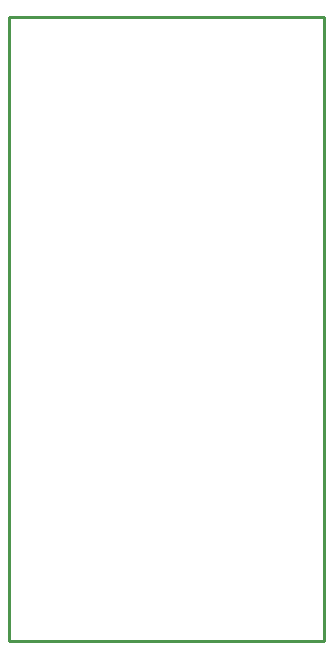
<source format=gko>
G04 ---------------------------- Layer name :KeepOutLayer*
G04 EasyEDA v5.8.22, Sun, 13 Jan 2019 10:54:29 GMT*
G04 0d4c4f045a714df3bf040a356c4a61dc*
G04 Gerber Generator version 0.2*
G04 Scale: 100 percent, Rotated: No, Reflected: No *
G04 Dimensions in inches *
G04 leading zeros omitted , absolute positions ,2 integer and 4 decimal *
%FSLAX24Y24*%
%MOIN*%
G90*
G70D02*

%ADD10C,0.010000*%
G54D10*
G01X0Y20800D02*
G01X10500Y20800D01*
G01X10500Y0D01*
G01X0Y0D01*
G01X0Y20800D01*
G01X100Y20800D01*

%LPD*%
M00*
M02*

</source>
